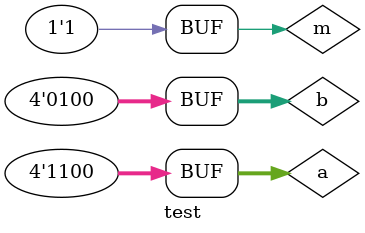
<source format=v>
`timescale 1ps / 1ps


module test(

    );
    reg [3:0] a;
    reg [3:0] b;
    reg m;
    wire [3:0] addsub_s;
    wire cout;
    wire c0;
    wire addsub_v;

    
 
    
    SignedAddSub Uaddsub(
		.a(a),
		.b(b),
		.m(m),
        .cout(cout),
        .c0(c0),
		.v(addsub_v),
		.s(addsub_s)
    );
    
    
    initial begin
        m = 1'b0;
        a = 4'd3;
        b = 4'd4;
        #2;
        
        m = 1'b1;
        a = 4'd3;
        b = 4'd4;
        #2;
        
        m = 1'b0;
        a = 4'd4;
        b = 4'd4;
        #2;
        
        m = 1'b1;
        a = 4'b1100;
        b = 4'd5;
        #2;
        
        m = 1'b1;
        a = 4'd4;
        b = 4'b1100;
        #2;
        
        m = 1'b1;
        a = 4'b1100;
        b = 4'd4;
        
    end

    initial begin
        $dumpfile("waverca.vcd");
        $dumpvars(0, test);
        $monitor($time, ": %d %b %d = %d, %b, %b, %b", a, m, b, addsub_s, cout, c0, addsub_v);
    end
endmodule

</source>
